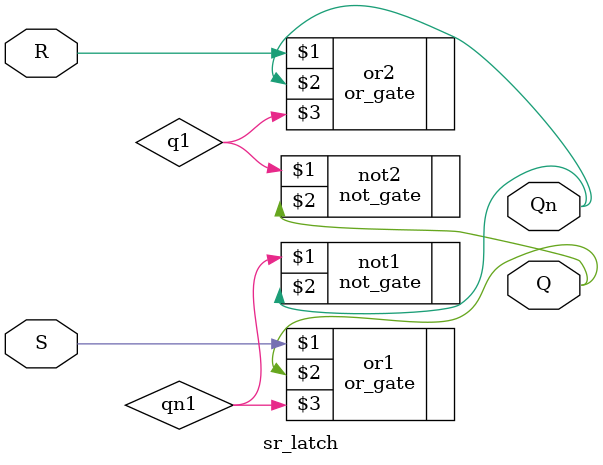
<source format=v>
`timescale 1ns / 1ps


module sr_latch(
    input S,
    input R,
   output Q,
    output Qn
    );
    wire q1,qn1;
    or_gate or1(S,Q,qn1);
    not_gate not1(qn1,Qn);
    or_gate or2(R, Qn, q1);
    not_gate not2(q1,Q);
endmodule


</source>
